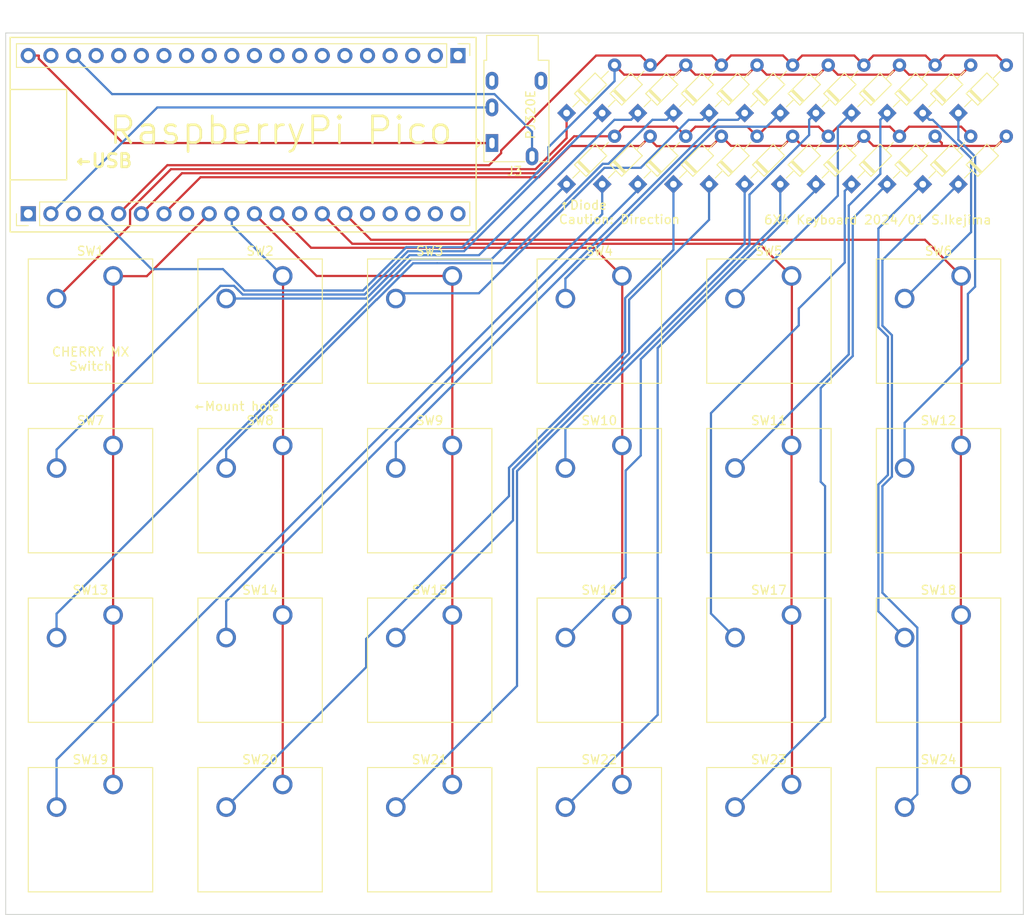
<source format=kicad_pcb>
(kicad_pcb (version 20221018) (generator pcbnew)
  (layers (0 "F.Cu" signal) (31 "B.Cu" signal) (34 "B.Paste" user) (35 "F.Paste" user) (36 "B.SilkS" user "B.Silkscreen") (37 "F.SilkS" user "F.Silkscreen") (38 "B.Mask" user) (39 "F.Mask" user) (44 "Edge.Cuts" user))
  (net 0 "")
  (net 1 "Net-(D8-K)")
  (net 2 "ROW1")
  (net 3 "Net-(D9-K)")
  (net 4 "Net-(D10-K)")
  (net 5 "Net-(D11-K)")
  (net 6 "Net-(D12-K)")
  (net 7 "Net-(D13-K)")
  (net 8 "ROW2")
  (net 9 "Net-(D14-K)")
  (net 10 "Net-(D15-K)")
  (net 11 "Net-(D16-K)")
  (net 12 "Net-(D17-K)")
  (net 13 "Net-(D18-K)")
  (net 14 "Net-(D19-K)")
  (net 15 "ROW3")
  (net 16 "Net-(D20-K)")
  (net 17 "Net-(D21-K)")
  (net 18 "Net-(D22-K)")
  (net 19 "Net-(D23-K)")
  (net 20 "Net-(D24-K)")
  (net 22 "DATA")
  (net 24 "ROW0")
  (net 26 "COL0")
  (net 27 "COL1")
  (net 28 "COL2")
  (net 29 "COL3")
  (net 31 "COL4")
  (net 32 "COL5")
  (net 55 "GND")
  (net 57 "VCC")
  (net 59 "Net-(D1-K)")
  (net 60 "Net-(D2-K)")
  (net 61 "Net-(D3-K)")
  (net 62 "Net-(D4-K)")
  (net 63 "Net-(D5-K)")
  (net 64 "Net-(D6-K)")
  (net 65 "Net-(D7-K)")
  (footprint "Diode_THT:D_DO-34_SOD68_P7.62mm_Horizontal" (layer "F.Cu") (at 113 47 45)
    (fp_text reference "D21" hide)
    (fp_text value "D")
  )
  (footprint "Button_Switch_Keyboard:SW_Cherry_MX_1.00u_PCB" (layer "F.Cu") (at 42.065 57.305)
    (fp_text reference "SW1")
    (fp_text value "SW_Push")
  )
  (footprint "MountingHole:MountingHole_3.2mm_M3" (layer "F.Cu") (at 125.25 71.91)
    (fp_text reference "REF1" hide)
    (fp_text value "MountingHole_3.2mm_M3")
  )
  (footprint "MountingHole:MountingHole_3.2mm_M3" (layer "F.Cu") (at 49.05 71.91)
    (fp_text reference "REF4" hide)
    (fp_text value "MountingHole_3.2mm_M3")
  )
  (footprint "Button_Switch_Keyboard:SW_Cherry_MX_1.00u_PCB" (layer "F.Cu") (at 80.165 76.355)
    (fp_text reference "SW9")
    (fp_text value "SW_Push")
  )
  (footprint "Button_Switch_Keyboard:SW_Cherry_MX_1.00u_PCB" (layer "F.Cu") (at 99.215 57.305)
    (fp_text reference "SW4")
    (fp_text value "SW_Push")
  )
  (footprint "Button_Switch_Keyboard:SW_Cherry_MX_1.00u_PCB" (layer "F.Cu") (at 42.065 95.405)
    (fp_text reference "SW13")
    (fp_text value "SW_Push")
  )
  (footprint "Diode_THT:D_DO-34_SOD68_P7.62mm_Horizontal" (layer "F.Cu") (at 117 39 45)
    (fp_text reference "D4" hide)
    (fp_text value "D")
  )
  (footprint "Diode_THT:D_DO-34_SOD68_P7.62mm_Horizontal" (layer "F.Cu") (at 97 39 45)
    (fp_text reference "D7" hide)
    (fp_text value "D")
  )
  (footprint "Button_Switch_Keyboard:SW_Cherry_MX_1.00u_PCB" (layer "F.Cu") (at 42.065 76.355)
    (fp_text reference "SW7")
    (fp_text value "SW_Push")
  )
  (footprint "Button_Switch_Keyboard:SW_Cherry_MX_1.00u_PCB" (layer "F.Cu") (at 61.115 57.305)
    (fp_text reference "SW2")
    (fp_text value "SW_Push")
  )
  (footprint "MountingHole:MountingHole_3.2mm_M3" (layer "F.Cu") (at 49.05 110.01)
    (fp_text reference "REF3" hide)
    (fp_text value "MountingHole_3.2mm_M3")
  )
  (footprint "Diode_THT:D_DO-34_SOD68_P7.62mm_Horizontal" (layer "F.Cu") (at 121 39 45)
    (fp_text reference "D10" hide)
    (fp_text value "D")
  )
  (footprint "Diode_THT:D_DO-34_SOD68_P7.62mm_Horizontal" (layer "F.Cu") (at 93 47 45)
    (fp_text reference "D13" hide)
    (fp_text value "D")
  )
  (footprint "Diode_THT:D_DO-34_SOD68_P7.62mm_Horizontal" (layer "F.Cu") (at 101 47 45)
    (fp_text reference "D14" hide)
    (fp_text value "D")
  )
  (footprint "Button_Switch_Keyboard:SW_Cherry_MX_1.00u_PCB" (layer "F.Cu") (at 42.065 114.455)
    (fp_text reference "SW19")
    (fp_text value "SW_Push")
  )
  (footprint "Button_Switch_Keyboard:SW_Cherry_MX_1.00u_PCB" (layer "F.Cu") (at 137.315 57.305)
    (fp_text reference "SW6")
    (fp_text value "SW_Push")
  )
  (footprint "Connector_PinHeader_2.54mm:PinHeader_1x20_P2.54mm_Vertical" (layer "F.Cu") (at 80.8 32.54 -90)
    (fp_text reference "J2" hide)
    (fp_text value "Conn_01x20_Pin")
  )
  (footprint "Button_Switch_Keyboard:SW_Cherry_MX_1.00u_PCB" (layer "F.Cu") (at 61.115 114.455)
    (fp_text reference "SW20")
    (fp_text value "SW_Push")
  )
  (footprint "Button_Switch_Keyboard:SW_Cherry_MX_1.00u_PCB" (layer "F.Cu") (at 61.115 76.355)
    (fp_text reference "SW8")
    (fp_text value "SW_Push")
  )
  (footprint "Diode_THT:D_DO-34_SOD68_P7.62mm_Horizontal" (layer "F.Cu") (at 101 39 45)
    (fp_text reference "D2" hide)
    (fp_text value "D")
  )
  (footprint "Diode_THT:D_DO-34_SOD68_P7.62mm_Horizontal" (layer "F.Cu") (at 93 39 45)
    (fp_text reference "D1" hide)
    (fp_text value "D")
  )
  (footprint "Diode_THT:D_DO-34_SOD68_P7.62mm_Horizontal" (layer "F.Cu") (at 105 47 45)
    (fp_text reference "D20" hide)
    (fp_text value "D")
  )
  (footprint "Button_Switch_Keyboard:SW_Cherry_MX_1.00u_PCB" (layer "F.Cu") (at 118.265 114.455)
    (fp_text reference "SW23")
    (fp_text value "SW_Push")
  )
  (footprint "Button_Switch_Keyboard:SW_Cherry_MX_1.00u_PCB" (layer "F.Cu") (at 80.165 95.405)
    (fp_text reference "SW15")
    (fp_text value "SW_Push")
  )
  (footprint "Diode_THT:D_DO-34_SOD68_P7.62mm_Horizontal" (layer "F.Cu") (at 133 47 45)
    (fp_text reference "D18" hide)
    (fp_text value "D")
  )
  (footprint "Diode_THT:D_DO-34_SOD68_P7.62mm_Horizontal" (layer "F.Cu") (at 137 47 45)
    (fp_text reference "D24" hide)
    (fp_text value "D")
  )
  (footprint "Diode_THT:D_DO-34_SOD68_P7.62mm_Horizontal" (layer "F.Cu") (at 129 47 45)
    (fp_text reference "D23" hide)
    (fp_text value "D")
  )
  (footprint "Button_Switch_Keyboard:SW_Cherry_MX_1.00u_PCB" (layer "F.Cu") (at 118.265 57.305)
    (fp_text reference "SW5")
    (fp_text value "SW_Push")
  )
  (footprint "Connector_PinHeader_2.54mm:PinHeader_1x20_P2.54mm_Vertical" (layer "F.Cu") (at 32.54 50.32 90)
    (fp_text reference "J1" hide)
    (fp_text value "Conn_01x20_Pin")
  )
  (footprint "Diode_THT:D_DO-34_SOD68_P7.62mm_Horizontal" (layer "F.Cu") (at 137 39 45)
    (fp_text reference "D12" hide)
    (fp_text value "D")
  )
  (footprint "Diode_THT:D_DO-34_SOD68_P7.62mm_Horizontal" (layer "F.Cu") (at 113 39 45)
    (fp_text reference "D9" hide)
    (fp_text value "D")
  )
  (footprint "Diode_THT:D_DO-34_SOD68_P7.62mm_Horizontal" (layer "F.Cu") (at 117 47 45)
    (fp_text reference "D16" hide)
    (fp_text value "D")
  )
  (footprint "Button_Switch_Keyboard:SW_Cherry_MX_1.00u_PCB" (layer "F.Cu") (at 137.315 95.405)
    (fp_text reference "SW18")
    (fp_text value "SW_Push")
  )
  (footprint "Button_Switch_Keyboard:SW_Cherry_MX_1.00u_PCB" (layer "F.Cu") (at 61.115 95.405)
    (fp_text reference "SW14")
    (fp_text value "SW_Push")
  )
  (footprint "Diode_THT:D_DO-34_SOD68_P7.62mm_Horizontal" (layer "F.Cu") (at 109 39 45)
    (fp_text reference "D3" hide)
    (fp_text value "D")
  )
  (footprint "Diode_THT:D_DO-34_SOD68_P7.62mm_Horizontal" (layer "F.Cu") (at 125 39 45)
    (fp_text reference "D5" hide)
    (fp_text value "D")
  )
  (footprint "Button_Switch_Keyboard:SW_Cherry_MX_1.00u_PCB" (layer "F.Cu") (at 137.315 76.355)
    (fp_text reference "SW12")
    (fp_text value "SW_Push")
  )
  (footprint "Diode_THT:D_DO-34_SOD68_P7.62mm_Horizontal" (layer "F.Cu") (at 109 47 45)
    (fp_text reference "D15" hide)
    (fp_text value "D")
  )
  (footprint "Diode_THT:D_DO-34_SOD68_P7.62mm_Horizontal" (layer "F.Cu") (at 125 47 45)
    (fp_text reference "D17" hide)
    (fp_text value "D")
  )
  (footprint "Button_Switch_Keyboard:SW_Cherry_MX_1.00u_PCB" (layer "F.Cu") (at 118.265 95.405)
    (fp_text reference "SW17")
    (fp_text value "SW_Push")
  )
  (footprint "Button_Switch_Keyboard:SW_Cherry_MX_1.00u_PCB" (layer "F.Cu") (at 118.265 76.355)
    (fp_text reference "SW11")
    (fp_text value "SW_Push")
  )
  (footprint "Button_Switch_Keyboard:SW_Cherry_MX_1.00u_PCB" (layer "F.Cu") (at 99.215 76.355)
    (fp_text reference "SW10")
    (fp_text value "SW_Push")
  )
  (footprint "Diode_THT:D_DO-34_SOD68_P7.62mm_Horizontal" (layer "F.Cu") (at 133 39 45)
    (fp_text reference "D6" hide)
    (fp_text value "D")
  )
  (footprint "Diode_THT:D_DO-34_SOD68_P7.62mm_Horizontal" (layer "F.Cu") (at 105 39 45)
    (fp_text reference "D8" hide)
    (fp_text value "D")
  )
  (footprint "Button_Switch_Keyboard:SW_Cherry_MX_1.00u_PCB" (layer "F.Cu") (at 80.165 114.455)
    (fp_text reference "SW21")
    (fp_text value "SW_Push")
  )
  (footprint "Button_Switch_Keyboard:SW_Cherry_MX_1.00u_PCB" (layer "F.Cu") (at 99.215 95.405)
    (fp_text reference "SW16")
    (fp_text value "SW_Push")
  )
  (footprint "Button_Switch_Keyboard:SW_Cherry_MX_1.00u_PCB" (layer "F.Cu") (at 99.215 114.455)
    (fp_text reference "SW22")
    (fp_text value "SW_Push")
  )
  (footprint "Button_Switch_Keyboard:SW_Cherry_MX_1.00u_PCB" (layer "F.Cu") (at 80.165 57.305)
    (fp_text reference "SW3")
    (fp_text value "SW_Push")
  )
  (footprint "Button_Switch_Keyboard:SW_Cherry_MX_1.00u_PCB" (layer "F.Cu") (at 137.315 114.455)
    (fp_text reference "SW24")
    (fp_text value "SW_Push")
  )
  (footprint "Diode_THT:D_DO-34_SOD68_P7.62mm_Horizontal" (layer "F.Cu") (at 97 47 45)
    (fp_text reference "D19" hide)
    (fp_text value "D")
  )
  (footprint "Diode_THT:D_DO-34_SOD68_P7.62mm_Horizontal" (layer "F.Cu") (at 129 39 45)
    (fp_text reference "D11" hide)
    (fp_text value "D")
  )
  (footprint "Connector_Audio:Jack_3.5mm_PJ320E_Horizontal" (layer "F.Cu") (at 84.6175 42.37)
    (fp_text reference "J3")
    (fp_text value "AudioJack4")
  )
  (footprint "Diode_THT:D_DO-34_SOD68_P7.62mm_Horizontal" (layer "F.Cu") (at 121 47 45)
    (fp_text reference "D22" hide)
    (fp_text value "D")
  )
  (footprint "MountingHole:MountingHole_3.2mm_M3" (layer "F.Cu") (at 125.25 110.01)
    (fp_text reference "REF2" hide)
    (fp_text value "MountingHole_3.2mm_M3")
  )
  (gr_rect (start 30.5 30.5) (end 82.84 52.36) (stroke (width 0.15)) (fill none) (layer "F.SilkS"))
  (gr_rect (start 30.5 36.35) (end 36.85 46.51) (stroke (width 0.15)) (fill none) (layer "F.SilkS"))
  (gr_line (start 144.3 129.06) (end 30 129.06) (stroke (width 0.1)) (layer "Edge.Cuts"))
  (gr_line (start 30 129.06) (end 30 30) (stroke (width 0.1)) (layer "Edge.Cuts"))
  (gr_line (start 144.3 30) (end 144.3 129.06) (stroke (width 0.1)) (layer "Edge.Cuts"))
  (gr_line (start 30 30) (end 144.3 30) (stroke (width 0.1)) (layer "Edge.Cuts"))
  (gr_text "RaspberryPi Pico" (at 41.43 42.7) (layer "F.SilkS") (effects (font (size 3 3) (thickness 0.3) bold) (justify left bottom)))
  (gr_text "CHERRY MX\nSwitch" (at 39.54 68.04) (layer "F.SilkS") (effects (font (size 1 1)) (justify bottom)))
  (gr_text "↑Diode\nCaution: Direction" (at 92.04 51.54) (layer "F.SilkS") (effects (font (size 1 1)) (justify left bottom)))
  (gr_text "←Mount hole" (at 51.04 72.54) (layer "F.SilkS") (effects (font (size 1 1)) (justify left bottom)))
  (gr_text "←USB\n" (at 37.62 45.24) (layer "F.SilkS") (effects (font (size 1.5 1.5) (thickness 0.3) bold) (justify left bottom)))
  (gr_text "6X4 Keyboard 2024/01 S.Ikejima\n" (at 115.09 51.59) (layer "F.SilkS") (effects (font (size 1 1)) (justify left bottom)))
  (gr_text "PJ320E\n" (at 89.54 42.04 90) (layer "F.SilkS") (effects (font (size 1 1)) (justify left bottom)))
  (segment (start 71.649096 59.9646) (end 54.765 76.848696) (width 0.25) (layer "B.Cu") (net 1))
  (segment (start 75.7636 55.8792) (end 71.6782 59.9646) (width 0.25) (layer "B.Cu") (net 1))
  (segment (start 78.4674 55.8792) (end 75.7636 55.8792) (width 0.25) (layer "B.Cu") (net 1))
  (segment (start 78.4678 55.8796) (end 78.4674 55.8792) (width 0.25) (layer "B.Cu") (net 1))
  (segment (start 104.24 39.7603) (end 102.639 39.7603) (width 0.25) (layer "B.Cu") (net 1))
  (segment (start 102.639 39.7603) (end 97.6923 44.7067) (width 0.25) (layer "B.Cu") (net 1))
  (segment (start 105 39) (end 104.24 39.7603) (width 0.25) (layer "B.Cu") (net 1))
  (segment (start 54.765 76.848696) (end 54.765 78.895) (width 0.25) (layer "B.Cu") (net 1))
  (segment (start 71.6782 59.9646) (end 71.649096 59.9646) (width 0.25) (layer "B.Cu") (net 1))
  (segment (start 88.42 53.3421) (end 88.42 53.342604) (width 0.25) (layer "B.Cu") (net 1))
  (segment (start 97.0554 44.7067) (end 88.42 53.3421) (width 0.25) (layer "B.Cu") (net 1))
  (segment (start 97.6923 44.7067) (end 97.0554 44.7067) (width 0.25) (layer "B.Cu") (net 1))
  (segment (start 85.883004 55.8796) (end 78.4678 55.8796) (width 0.25) (layer "B.Cu") (net 1))
  (segment (start 88.42 53.342604) (end 85.883004 55.8796) (width 0.25) (layer "B.Cu") (net 1))
  (segment (start 102.768 33.992) (end 102.578 33.8019) (width 0.25) (layer "F.Cu") (net 2))
  (segment (start 134.388 33.6118) (end 133.313 32.5364) (width 0.25) (layer "F.Cu") (net 2))
  (segment (start 102.578 33.8019) (end 102.3882 33.6121) (width 0.25) (layer "F.Cu") (net 2))
  (segment (start 42.7 50.32) (end 48.1591 44.8609) (width 0.25) (layer "F.Cu") (net 2))
  (segment (start 102.578 33.8019) (end 102.388 33.6118) (width 0.25) (layer "F.Cu") (net 2))
  (segment (start 142.3882 33.6118) (end 142.388 33.6118) (width 0.25) (layer "F.Cu") (net 2))
  (segment (start 119.464 32.5364) (end 118.388 33.6118) (width 0.25) (layer "F.Cu") (net 2))
  (segment (start 126.388 33.6118) (end 125.313 32.5364) (width 0.25) (layer "F.Cu") (net 2))
  (segment (start 134.3881 33.6117) (end 134.388 33.6118) (width 0.25) (layer "F.Cu") (net 2))
  (segment (start 142.388 33.6118) (end 141.306 32.5297) (width 0.25) (layer "F.Cu") (net 2))
  (segment (start 111.472 32.5285) (end 110.3881 33.6117) (width 0.25) (layer "F.Cu") (net 2))
  (segment (start 126.3882 33.6118) (end 126.3881 33.6117) (width 0.25) (layer "F.Cu") (net 2))
  (segment (start 127.464 32.5364) (end 126.3881 33.6117) (width 0.25) (layer "F.Cu") (net 2))
  (segment (start 134.3882 33.6118) (end 134.3881 33.6117) (width 0.25) (layer "F.Cu") (net 2))
  (segment (start 110.3882 33.6118) (end 110.3881 33.6117) (width 0.25) (layer "F.Cu") (net 2))
  (segment (start 101.312946 32.536846) (end 102.3882 33.6121) (width 0.25) (layer "F.Cu") (net 2))
  (segment (start 110.388 33.6118) (end 109.313 32.5364) (width 0.25) (layer "F.Cu") (net 2))
  (segment (start 110.3881 33.6117) (end 110.388 33.6118) (width 0.25) (layer "F.Cu") (net 2))
  (segment (start 85.6429 43.2134) (end 96.319454 32.536846) (width 0.25) (layer "F.Cu") (net 2))
  (segment (start 48.1591 44.8609) (end 84.2939 44.8609) (width 0.25) (layer "F.Cu") (net 2))
  (segment (start 118.388 33.6118) (end 117.305 32.5285) (width 0.25) (layer "F.Cu") (net 2))
  (segment (start 85.6429 43.5119) (end 85.6429 43.2134) (width 0.25) (layer "F.Cu") (net 2))
  (segment (start 135.47 32.5297) (end 134.3881 33.6117) (width 0.25) (layer "F.Cu") (net 2))
  (segment (start 117.305 32.5285) (end 111.472 32.5285) (width 0.25) (layer "F.Cu") (net 2))
  (segment (start 126.3881 33.6117) (end 126.388 33.6118) (width 0.25) (layer "F.Cu") (net 2))
  (segment (start 133.313 32.5364) (end 127.464 32.5364) (width 0.25) (layer "F.Cu") (net 2))
  (segment (start 141.306 32.5297) (end 135.47 32.5297) (width 0.25) (layer "F.Cu") (net 2))
  (segment (start 125.313 32.5364) (end 119.464 32.5364) (width 0.25) (layer "F.Cu") (net 2))
  (segment (start 96.319454 32.536846) (end 101.312946 32.536846) (width 0.25) (layer "F.Cu") (net 2))
  (segment (start 109.313 32.5364) (end 104.224 32.5364) (width 0.25) (layer "F.Cu") (net 2))
  (segment (start 84.2939 44.8609) (end 85.6429 43.5119) (width 0.25) (layer "F.Cu") (net 2))
  (segment (start 102.3882 33.6121) (end 102.3882 33.6118) (width 0.25) (layer "F.Cu") (net 2))
  (segment (start 104.224 32.5364) (end 102.768 33.992) (width 0.25) (layer "F.Cu") (net 2))
  (segment (start 118.3882 33.6118) (end 118.388 33.6118) (width 0.25) (layer "F.Cu") (net 2))
  (segment (start 110.033 39.7603) (end 73.815 75.9781) (width 0.25) (layer "B.Cu") (net 3))
  (segment (start 112.24 39.7603) (end 110.033 39.7603) (width 0.25) (layer "B.Cu") (net 3))
  (segment (start 113 39) (end 112.24 39.7603) (width 0.25) (layer "B.Cu") (net 3))
  (segment (start 73.815 75.9781) (end 73.815 78.895) (width 0.25) (layer "B.Cu") (net 3))
  (segment (start 92.865 74.4982) (end 92.865 78.895) (width 0.25) (layer "B.Cu") (net 4))
  (segment (start 120.24 41.4709) (end 113.54 48.1709) (width 0.25) (layer "B.Cu") (net 4))
  (segment (start 113.54 48.1709) (end 113.54 53.8232) (width 0.25) (layer "B.Cu") (net 4))
  (segment (start 120.24 39.7603) (end 120.24 41.4709) (width 0.25) (layer "B.Cu") (net 4))
  (segment (start 113.54 53.8232) (end 92.865 74.4982) (width 0.25) (layer "B.Cu") (net 4))
  (segment (start 121 39) (end 120.24 39.7603) (width 0.25) (layer "B.Cu") (net 4))
  (segment (start 124.69 49.39) (end 124.69 66.1199) (width 0.25) (layer "B.Cu") (net 5))
  (segment (start 128.24 39.7603) (end 128.24 45.84) (width 0.25) (layer "B.Cu") (net 5))
  (segment (start 124.69 66.1199) (end 111.915 78.895) (width 0.25) (layer "B.Cu") (net 5))
  (segment (start 129 39) (end 128.24 39.7603) (width 0.25) (layer "B.Cu") (net 5))
  (segment (start 128.24 45.84) (end 124.69 49.39) (width 0.25) (layer "B.Cu") (net 5))
  (segment (start 138.074 66.7056) (end 138.074 59.3207) (width 0.25) (layer "B.Cu") (net 6))
  (segment (start 138.074 59.3207) (end 138.88 58.5149) (width 0.25) (layer "B.Cu") (net 6))
  (segment (start 130.965 78.895) (end 130.965 73.815) (width 0.25) (layer "B.Cu") (net 6))
  (segment (start 130.965 73.815) (end 138.074 66.7056) (width 0.25) (layer "B.Cu") (net 6))
  (segment (start 138.88 58.5149) (end 138.88 43.88) (width 0.25) (layer "B.Cu") (net 6))
  (segment (start 138.88 43.88) (end 137 42) (width 0.25) (layer "B.Cu") (net 6))
  (segment (start 137 42) (end 137 39) (width 0.25) (layer "B.Cu") (net 6))
  (segment (start 35.715 95.2623) (end 35.715 97.945) (width 0.25) (layer "B.Cu") (net 7))
  (segment (start 75.5481 55.4292) (end 35.715 95.2623) (width 0.25) (layer "B.Cu") (net 7))
  (segment (start 93 47) (end 84.5708 55.4292) (width 0.25) (layer "B.Cu") (net 7))
  (segment (start 84.5708 55.4292) (end 75.5481 55.4292) (width 0.25) (layer "B.Cu") (net 7))
  (segment (start 115.4636 40.5364) (end 114.3882 41.6118) (width 0.25) (layer "F.Cu") (net 8))
  (segment (start 89.691296 45.7609) (end 49.7991 45.7609) (width 0.25) (layer "F.Cu") (net 8))
  (segment (start 99.4655 40.5345) (end 98.3882 41.6118) (width 0.25) (layer "F.Cu") (net 8))
  (segment (start 121.3128 40.5364) (end 115.4636 40.5364) (width 0.25) (layer "F.Cu") (net 8))
  (segment (start 107.4636 40.5364) (end 106.3882 41.6118) (width 0.25) (layer "F.Cu") (net 8))
  (segment (start 123.4655 40.5345) (end 122.3882 41.6118) (width 0.25) (layer "F.Cu") (net 8))
  (segment (start 98.3882 41.6118) (end 93.840396 41.6118) (width 0.25) (layer "F.Cu") (net 8))
  (segment (start 113.3128 40.5364) (end 107.4636 40.5364) (width 0.25) (layer "F.Cu") (net 8))
  (segment (start 93.840396 41.6118) (end 89.691296 45.7609) (width 0.25) (layer "F.Cu") (net 8))
  (segment (start 129.3109 40.5345) (end 123.4655 40.5345) (width 0.25) (layer "F.Cu") (net 8))
  (segment (start 130.3882 41.6118) (end 129.3109 40.5345) (width 0.25) (layer "F.Cu") (net 8))
  (segment (start 138.3882 41.6118) (end 137.3109 40.5345) (width 0.25) (layer "F.Cu") (net 8))
  (segment (start 105.3109 40.5345) (end 99.4655 40.5345) (width 0.25) (layer "F.Cu") (net 8))
  (segment (start 122.3882 41.6118) (end 121.3128 40.5364) (width 0.25) (layer "F.Cu") (net 8))
  (segment (start 49.7991 45.7609) (end 45.24 50.32) (width 0.25) (layer "F.Cu") (net 8))
  (segment (start 137.3109 40.5345) (end 131.4655 40.5345) (width 0.25) (layer "F.Cu") (net 8))
  (segment (start 114.3882 41.6118) (end 113.3128 40.5364) (width 0.25) (layer "F.Cu") (net 8))
  (segment (start 106.3882 41.6118) (end 105.3109 40.5345) (width 0.25) (layer "F.Cu") (net 8))
  (segment (start 131.4655 40.5345) (end 130.3882 41.6118) (width 0.25) (layer "F.Cu") (net 8))
  (segment (start 101 47) (end 101 47.6369) (width 0.25) (layer "B.Cu") (net 9))
  (segment (start 54.765 93.8719) (end 54.765 97.945) (width 0.25) (layer "B.Cu") (net 9))
  (segment (start 101 47.6369) (end 54.765 93.8719) (width 0.25) (layer "B.Cu") (net 9))
  (segment (start 100.024 66.005904) (end 100.024 59.975905) (width 0.25) (layer "B.Cu") (net 10))
  (segment (start 102.657474 57.3426) (end 102.658 57.3426) (width 0.25) (layer "B.Cu") (net 10))
  (segment (start 86.9809 84.7791) (end 86.9809 79.049004) (width 0.25) (layer "B.Cu") (net 10))
  (segment (start 86.9809 79.049004) (end 100.024 66.005904) (width 0.25) (layer "B.Cu") (net 10))
  (segment (start 102.658 57.3426) (end 109 51.0006) (width 0.25) (layer "B.Cu") (net 10))
  (segment (start 109 51.0006) (end 109 47) (width 0.25) (layer "B.Cu") (net 10))
  (segment (start 73.815 97.945) (end 86.9809 84.7791) (width 0.25) (layer "B.Cu") (net 10))
  (segment (start 100.024 59.975905) (end 102.657474 57.3426) (width 0.25) (layer "B.Cu") (net 10))
  (segment (start 117 47) (end 117 50.999596) (width 0.25) (layer "B.Cu") (net 11))
  (segment (start 99.6307 79.1822) (end 99.6307 91.1793) (width 0.25) (layer "B.Cu") (net 11))
  (segment (start 101.33 77.4826) (end 99.6307 79.1822) (width 0.25) (layer "B.Cu") (net 11))
  (segment (start 117 50.999596) (end 101.33 66.669596) (width 0.25) (layer "B.Cu") (net 11))
  (segment (start 101.33 66.669596) (end 101.33 77.4826) (width 0.25) (layer "B.Cu") (net 11))
  (segment (start 99.6307 91.1793) (end 92.865 97.945) (width 0.25) (layer "B.Cu") (net 11))
  (segment (start 124.24 55.7981) (end 119.078 60.9596) (width 0.25) (layer "B.Cu") (net 12))
  (segment (start 124.24 47.7603) (end 124.24 55.7981) (width 0.25) (layer "B.Cu") (net 12))
  (segment (start 119.078 60.9596) (end 119.078 62.8576) (width 0.25) (layer "B.Cu") (net 12))
  (segment (start 109.214 72.7216) (end 109.214 95.2442) (width 0.25) (layer "B.Cu") (net 12))
  (segment (start 119.078 62.8576) (end 109.214 72.7216) (width 0.25) (layer "B.Cu") (net 12))
  (segment (start 125 47) (end 124.24 47.7603) (width 0.25) (layer "B.Cu") (net 12))
  (segment (start 109.214 95.2442) (end 111.915 97.945) (width 0.25) (layer "B.Cu") (net 12))
  (segment (start 128.02 95) (end 128.02 80.741192) (width 0.25) (layer "B.Cu") (net 13))
  (segment (start 129.09 64.148808) (end 128.02 63.078808) (width 0.25) (layer "B.Cu") (net 13))
  (segment (start 128.02 63.078808) (end 128.02 51.98) (width 0.25) (layer "B.Cu") (net 13))
  (segment (start 129.09 79.671192) (end 129.09 64.148808) (width 0.25) (layer "B.Cu") (net 13))
  (segment (start 128.02 51.98) (end 133 47) (width 0.25) (layer "B.Cu") (net 13))
  (segment (start 130.965 97.945) (end 128.02 95) (width 0.25) (layer "B.Cu") (net 13))
  (segment (start 128.02 80.741192) (end 129.09 79.671192) (width 0.25) (layer "B.Cu") (net 13))
  (segment (start 35.715 111.648) (end 35.715 116.995) (width 0.25) (layer "B.Cu") (net 14))
  (segment (start 97 50.363) (end 35.715 111.648) (width 0.25) (layer "B.Cu") (net 14))
  (segment (start 97 47) (end 97 50.363) (width 0.25) (layer "B.Cu") (net 14))
  (segment (start 93.388592 42.7) (end 101.2999 42.7) (width 0.25) (layer "F.Cu") (net 15))
  (segment (start 117.313 42.6873) (end 118.388 41.6118) (width 0.25) (layer "F.Cu") (net 15))
  (segment (start 119.464 42.6873) (end 125.313 42.6873) (width 0.25) (layer "F.Cu") (net 15))
  (segment (start 47.78 50.32) (end 51.8891 46.2109) (width 0.25) (layer "F.Cu") (net 15))
  (segment (start 126.3882 41.6118) (end 126.388 41.6118) (width 0.25) (layer "F.Cu") (net 15))
  (segment (start 141.309 42.6914) (end 142.388 41.6118) (width 0.25) (layer "F.Cu") (net 15))
  (segment (start 111.464 42.6873) (end 117.313 42.6873) (width 0.25) (layer "F.Cu") (net 15))
  (segment (start 126.388 41.6118) (end 127.468 42.6914) (width 0.25) (layer "F.Cu") (net 15))
  (segment (start 135.148 42.6914) (end 141.309 42.6914) (width 0.25) (layer "F.Cu") (net 15))
  (segment (start 110.3881 41.6119) (end 111.464 42.6873) (width 0.25) (layer "F.Cu") (net 15))
  (segment (start 109.283 42.717) (end 110.388 41.6118) (width 0.25) (layer "F.Cu") (net 15))
  (segment (start 134.3882 41.6118) (end 134.3881 41.6119) (width 0.25) (layer "F.Cu") (net 15))
  (segment (start 110.3882 41.6118) (end 110.3881 41.6119) (width 0.25) (layer "F.Cu") (net 15))
  (segment (start 89.877692 46.2109) (end 93.388592 42.7) (width 0.25) (layer "F.Cu") (net 15))
  (segment (start 102.388 41.6118) (end 102.198 41.8019) (width 0.25) (layer "F.Cu") (net 15))
  (segment (start 110.388 41.6118) (end 110.3881 41.6119) (width 0.25) (layer "F.Cu") (net 15))
  (segment (start 125.313 42.6873) (end 126.388 41.6118) (width 0.25) (layer "F.Cu") (net 15))
  (segment (start 102.3882 41.6118) (end 102.388 41.6118) (width 0.25) (layer "F.Cu") (net 15))
  (segment (start 51.8891 46.2109) (end 89.877692 46.2109) (width 0.25) (layer "F.Cu") (net 15))
  (segment (start 103.113 42.717) (end 109.283 42.717) (width 0.25) (layer "F.Cu") (net 15))
  (segment (start 142.3882 41.6118) (end 142.388 41.6118) (width 0.25) (layer "F.Cu") (net 15))
  (segment (start 118.3882 41.6118) (end 118.3881 41.6119) (width 0.25) (layer "F.Cu") (net 15))
  (segment (start 134.3881 41.6119) (end 135.149 42.3721) (width 0.25) (layer "F.Cu") (net 15))
  (segment (start 135.148 42.3722) (end 135.148 42.6914) (width 0.25) (layer "F.Cu") (net 15))
  (segment (start 102.198 41.8019) (end 103.113 42.717) (width 0.25) (layer "F.Cu") (net 15))
  (segment (start 134.388 41.6118) (end 134.3881 41.6119) (width 0.25) (layer "F.Cu") (net 15))
  (segment (start 101.2999 42.7) (end 102.198 41.8019) (width 0.25) (layer "F.Cu") (net 15))
  (segment (start 118.3881 41.6119) (end 119.464 42.6873) (width 0.25) (layer "F.Cu") (net 15))
  (segment (start 118.388 41.6118) (end 118.3881 41.6119) (width 0.25) (layer "F.Cu") (net 15))
  (segment (start 127.468 42.6914) (end 135.148 42.6914) (width 0.25) (layer "F.Cu") (net 15))
  (segment (start 135.149 42.3721) (end 135.148 42.3722) (width 0.25) (layer "F.Cu") (net 15))
  (segment (start 99.5712 59.7923) (end 99.5712 65.822308) (width 0.25) (layer "B.Cu") (net 16))
  (segment (start 70.4846 98.0954) (end 70.4846 101.2749) (width 0.25) (layer "B.Cu") (net 16))
  (segment (start 99.5712 65.822308) (end 86.5309 78.862608) (width 0.25) (layer "B.Cu") (net 16))
  (segment (start 105 47) (end 105 54.3635) (width 0.25) (layer "B.Cu") (net 16))
  (segment (start 86.5309 82.0491) (end 70.4846 98.0954) (width 0.25) (layer "B.Cu") (net 16))
  (segment (start 86.5309 78.862608) (end 86.5309 82.0491) (width 0.25) (layer "B.Cu") (net 16))
  (segment (start 105 54.3635) (end 99.5712 59.7923) (width 0.25) (layer "B.Cu") (net 16))
  (segment (start 70.4846 101.2749) (end 55.3555 116.404) (width 0.25) (layer "B.Cu") (net 16))
  (segment (start 55.3555 116.404) (end 54.765 116.995) (width 0.25) (layer "B.Cu") (net 16))
  (segment (start 87.4309 103.3791) (end 73.815 116.995) (width 0.25) (layer "B.Cu") (net 17))
  (segment (start 113 53.6663) (end 87.4309 79.2354) (width 0.25) (layer "B.Cu") (net 17))
  (segment (start 87.4309 79.2354) (end 87.4309 103.3791) (width 0.25) (layer "B.Cu") (net 17))
  (segment (start 113 47) (end 113 53.6663) (width 0.25) (layer "B.Cu") (net 17))
  (segment (start 121 47.635992) (end 121 47) (width 0.25) (layer "B.Cu") (net 18))
  (segment (start 103.228 106.632) (end 103.228 65.407992) (width 0.25) (layer "B.Cu") (net 18))
  (segment (start 103.228 65.407992) (end 121 47.635992) (width 0.25) (layer "B.Cu") (net 18))
  (segment (start 92.865 116.995) (end 103.228 106.632) (width 0.25) (layer "B.Cu") (net 18))
  (segment (start 125.14 66.3063) (end 125.14 50.8599) (width 0.25) (layer "B.Cu") (net 19))
  (segment (start 121.54 69.9063) (end 125.14 66.3063) (width 0.25) (layer "B.Cu") (net 19))
  (segment (start 111.915 116.995) (end 122.03 106.88) (width 0.25) (layer "B.Cu") (net 19))
  (segment (start 122.03 106.88) (end 122.03 80.927588) (width 0.25) (layer "B.Cu") (net 19))
  (segment (start 122.03 80.927588) (end 121.54 80.437588) (width 0.25) (layer "B.Cu") (net 19))
  (segment (start 125.14 50.8599) (end 129 47) (width 0.25) (layer "B.Cu") (net 19))
  (segment (start 121.54 80.437588) (end 121.54 69.9063) (width 0.25) (layer "B.Cu") (net 19))
  (segment (start 128.47 80.927588) (end 129.54 79.857588) (width 0.25) (layer "B.Cu") (net 20))
  (segment (start 128.47 62.892412) (end 128.47 55.53) (width 0.25) (layer "B.Cu") (net 20))
  (segment (start 128.47 55.53) (end 137 47) (width 0.25) (layer "B.Cu") (net 20))
  (segment (start 130.965 116.995) (end 132.39 115.57) (width 0.25) (layer "B.Cu") (net 20))
  (segment (start 132.39 96.83) (end 128.47 92.91) (width 0.25) (layer "B.Cu") (net 20))
  (segment (start 132.39 115.57) (end 132.39 96.83) (width 0.25) (layer "B.Cu") (net 20))
  (segment (start 129.54 79.857588) (end 129.54 63.962412) (width 0.25) (layer "B.Cu") (net 20))
  (segment (start 129.54 63.962412) (end 128.47 62.892412) (width 0.25) (layer "B.Cu") (net 20))
  (segment (start 128.47 92.91) (end 128.47 80.927588) (width 0.25) (layer "B.Cu") (net 20))
  (segment (start 84.6175 38.37) (end 47.03 38.37) (width 0.25) (layer "B.Cu") (net 22))
  (segment (start 47.03 38.37) (end 35.08 50.32) (width 0.25) (layer "B.Cu") (net 22))
  (segment (start 130.388 33.6118) (end 130.3881 33.6119) (width 0.25) (layer "F.Cu") (net 24))
  (segment (start 138.3882 33.6118) (end 138.388 33.6118) (width 0.25) (layer "F.Cu") (net 24))
  (segment (start 113.313 34.6873) (end 114.388 33.6118) (width 0.25) (layer "F.Cu") (net 24))
  (segment (start 122.3881 33.6119) (end 123.464 34.6873) (width 0.25) (layer "F.Cu") (net 24))
  (segment (start 122.3882 33.6118) (end 122.3881 33.6119) (width 0.25) (layer "F.Cu") (net 24))
  (segment (start 106.3882 33.6118) (end 106.3881 33.6119) (width 0.25) (layer "F.Cu") (net 24))
  (segment (start 123.464 34.6873) (end 129.313 34.6873) (width 0.25) (layer "F.Cu") (net 24))
  (segment (start 130.3881 33.6119) (end 131.464 34.6873) (width 0.25) (layer "F.Cu") (net 24))
  (segment (start 121.313 34.6873) (end 122.388 33.6118) (width 0.25) (layer "F.Cu") (net 24))
  (segment (start 130.3882 33.6118) (end 130.3881 33.6119) (width 0.25) (layer "F.Cu") (net 24))
  (segment (start 114.3882 33.6118) (end 114.388 33.6118) (width 0.25) (layer "F.Cu") (net 24))
  (segment (start 129.313 34.6873) (end 130.388 33.6118) (width 0.25) (layer "F.Cu") (net 24))
  (segment (start 106.388 33.6118) (end 106.3881 33.6119) (width 0.25) (layer "F.Cu") (net 24))
  (segment (start 131.464 34.6873) (end 137.313 34.6873) (width 0.25) (layer "F.Cu") (net 24))
  (segment (start 99.463154 34.686846) (end 98.388154 33.611846) (width 0.25) (layer "F.Cu") (net 24))
  (segment (start 115.464 34.6873) (end 121.313 34.6873) (width 0.25) (layer "F.Cu") (net 24))
  (segment (start 106.3881 33.6119) (end 107.464 34.6873) (width 0.25) (layer "F.Cu") (net 24))
  (segment (start 105.313154 34.686846) (end 99.463154 34.686846) (width 0.25) (layer "F.Cu") (net 24))
  (segment (start 137.313 34.6873) (end 138.388 33.6118) (width 0.25) (layer "F.Cu") (net 24))
  (segment (start 107.464 34.6873) (end 113.313 34.6873) (width 0.25) (layer "F.Cu") (net 24))
  (segment (start 106.388154 33.611846) (end 105.313154 34.686846) (width 0.25) (layer "F.Cu") (net 24))
  (segment (start 122.388 33.6118) (end 122.3881 33.6119) (width 0.25) (layer "F.Cu") (net 24))
  (segment (start 114.388 33.6118) (end 115.464 34.6873) (width 0.25) (layer "F.Cu") (net 24))
  (segment (start 98.3882 33.6118) (end 98.3882 35.4095) (width 0.25) (layer "B.Cu") (net 24))
  (segment (start 74.988912 54.0792) (end 70.123112 58.945) (width 0.25) (layer "B.Cu") (net 24))
  (segment (start 70.123112 58.945) (end 56.808671 58.945) (width 0.25) (layer "B.Cu") (net 24))
  (segment (start 81.284404 54.0792) (end 74.988912 54.0792) (width 0.25) (layer "B.Cu") (net 24))
  (segment (start 90.96 42.8377) (end 90.96 44.403604) (width 0.25) (layer "B.Cu") (net 24))
  (segment (start 54.403671 56.54) (end 46.38 56.54) (width 0.25) (layer "B.Cu") (net 24))
  (segment (start 46.38 56.54) (end 40.16 50.32) (width 0.25) (layer "B.Cu") (net 24))
  (segment (start 90.96 44.403604) (end 81.284404 54.0792) (width 0.25) (layer "B.Cu") (net 24))
  (segment (start 56.808671 58.945) (end 54.403671 56.54) (width 0.25) (layer "B.Cu") (net 24))
  (segment (start 98.3882 35.4095) (end 90.96 42.8377) (width 0.25) (layer "B.Cu") (net 24))
  (segment (start 42.065 57.305) (end 42.0904 57.3304) (width 0.25) (layer "F.Cu") (net 26))
  (segment (start 42.1158 57.3558) (end 42.1158 76.3042) (width 0.25) (layer "F.Cu") (net 26))
  (segment (start 42.1004 114.42) (end 42.065 114.455) (width 0.25) (layer "F.Cu") (net 26))
  (segment (start 45.8496 57.3304) (end 52.86 50.32) (width 0.25) (layer "F.Cu") (net 26))
  (segment (start 42.065 95.405) (end 42.065 76.355) (width 0.25) (layer "F.Cu") (net 26))
  (segment (start 42.065 95.405) (end 42.1004 95.4404) (width 0.25) (layer "F.Cu") (net 26))
  (segment (start 42.0904 57.3304) (end 42.1158 57.3558) (width 0.25) (layer "F.Cu") (net 26))
  (segment (start 42.1158 76.3042) (end 42.065 76.355) (width 0.25) (layer "F.Cu") (net 26))
  (segment (start 42.0904 57.3304) (end 45.8496 57.3304) (width 0.25) (layer "F.Cu") (net 26))
  (segment (start 42.1004 95.4404) (end 42.1004 114.42) (width 0.25) (layer "F.Cu") (net 26))
  (segment (start 61.115 95.405) (end 61.1504 95.3696) (width 0.25) (layer "F.Cu") (net 27))
  (segment (start 61.1504 76.3904) (end 61.115 76.355) (width 0.25) (layer "F.Cu") (net 27))
  (segment (start 61.115 95.405) (end 61.115 114.455) (width 0.25) (layer "F.Cu") (net 27))
  (segment (start 61.1504 76.3196) (end 61.115 76.355) (width 0.25) (layer "F.Cu") (net 27))
  (segment (start 61.1504 57.3404) (end 61.1504 76.3196) (width 0.25) (layer "F.Cu") (net 27))
  (segment (start 61.1504 95.3696) (end 61.1504 76.3904) (width 0.25) (layer "F.Cu") (net 27))
  (segment (start 61.115 57.305) (end 61.1504 57.3404) (width 0.25) (layer "F.Cu") (net 27))
  (segment (start 55.4 51.59) (end 55.4 50.32) (width 0.25) (layer "B.Cu") (net 27))
  (segment (start 61.115 57.305) (end 55.4 51.59) (width 0.25) (layer "B.Cu") (net 27))
  (segment (start 80.165 57.305) (end 80.165 76.355) (width 0.25) (layer "F.Cu") (net 28))
  (segment (start 80.165 95.405) (end 80.165 76.355) (width 0.25) (layer "F.Cu") (net 28))
  (segment (start 80.165 57.305) (end 64.925 57.305) (width 0.25) (layer "F.Cu") (net 28))
  (segment (start 64.925 57.305) (end 57.94 50.32) (width 0.25) (layer "F.Cu") (net 28))
  (segment (start 80.165 114.455) (end 80.165 95.405) (width 0.25) (layer "F.Cu") (net 28))
  (segment (start 99.2504 95.3696) (end 99.215 95.405) (width 0.25) (layer "F.Cu") (net 29))
  (segment (start 99.215 76.355) (end 99.2504 76.3904) (width 0.25) (layer "F.Cu") (net 29))
  (segment (start 99.2504 76.3904) (end 99.2504 95.3696) (width 0.25) (layer "F.Cu") (net 29))
  (segment (start 99.2504 95.4404) (end 99.215 95.405) (width 0.25) (layer "F.Cu") (net 29))
  (segment (start 99.2504 114.42) (end 99.2504 95.4404) (width 0.25) (layer "F.Cu") (net 29))
  (segment (start 99.2504 57.3404) (end 99.215 57.305) (width 0.25) (layer "F.Cu") (net 29))
  (segment (start 99.2504 76.3196) (end 99.2504 57.3404) (width 0.25) (layer "F.Cu") (net 29))
  (segment (start 64.3021 54.1421) (end 60.48 50.32) (width 0.25) (layer "F.Cu") (net 29))
  (segment (start 99.215 57.305) (end 96.0521 54.1421) (width 0.25) (layer "F.Cu") (net 29))
  (segment (start 99.215 114.455) (end 99.2504 114.42) (width 0.25) (layer "F.Cu") (net 29))
  (segment (start 96.0521 54.1421) (end 64.3021 54.1421) (width 0.25) (layer "F.Cu") (net 29))
  (segment (start 99.215 76.355) (end 99.2504 76.3196) (width 0.25) (layer "F.Cu") (net 29))
  (segment (start 68.9321 53.6921) (end 114.6519 53.6921) (width 0.25) (layer "F.Cu") (net 31))
  (segment (start 114.6519 53.6921) (end 118.2825 57.3227) (width 0.25) (layer "F.Cu") (net 31))
  (segment (start 118.265 95.405) (end 118.316 95.4558) (width 0.25) (layer "F.Cu") (net 31))
  (segment (start 118.3 76.3196) (end 118.3 57.3404) (width 0.25) (layer "F.Cu") (net 31))
  (segment (start 118.2825 57.3227) (end 118.265 57.305) (width 0.25) (layer "F.Cu") (net 31))
  (segment (start 118.316 95.4558) (end 118.316 114.404) (width 0.25) (layer "F.Cu") (net 31))
  (segment (start 118.265 76.355) (end 118.265 95.405) (width 0.25) (layer "F.Cu") (net 31))
  (segment (start 118.265 76.355) (end 118.3 76.3196) (width 0.25) (layer "F.Cu") (net 31))
  (segment (start 65.56 50.32) (end 68.9321 53.6921) (width 0.25) (layer "F.Cu") (net 31))
  (segment (start 118.316 114.404) (end 118.265 114.455) (width 0.25) (layer "F.Cu") (net 31))
  (segment (start 118.3 57.3404) (end 118.2825 57.3227) (width 0.25) (layer "F.Cu") (net 31))
  (segment (start 137.3325 57.3227) (end 137.315 57.305) (width 0.25) (layer "F.Cu") (net 32))
  (segment (start 133.2519 53.2421) (end 71.0221 53.2421) (width 0.25) (layer "F.Cu") (net 32))
  (segment (start 137.281 76.3893) (end 137.281 95.3707) (width 0.25) (layer "F.Cu") (net 32))
  (segment (start 137.315 95.405) (end 137.315 114.455) (width 0.25) (layer "F.Cu") (net 32))
  (segment (start 137.315 76.355) (end 137.35 76.3196) (width 0.25) (layer "F.Cu") (net 32))
  (segment (start 137.315 76.355) (end 137.281 76.3893) (width 0.25) (layer "F.Cu") (net 32))
  (segment (start 71.0221 53.2421) (end 68.1 50.32) (width 0.25) (layer "F.Cu") (net 32))
  (segment (start 137.281 95.3707) (end 137.315 95.405) (width 0.25) (layer "F.Cu") (net 32))
  (segment (start 137.35 76.3196) (end 137.35 57.3404) (width 0.25) (layer "F.Cu") (net 32))
  (segment (start 137.35 57.3404) (end 137.3325 57.3227) (width 0.25) (layer "F.Cu") (net 32))
  (segment (start 137.3325 57.3227) (end 133.2519 53.2421) (width 0.25) (layer "F.Cu") (net 32))
  (segment (start 137.356 95.405) (end 137.315 95.405) (width 0.25) (layer "B.Cu") (net 32))
  (segment (start 137.356 114.414) (end 137.315 114.455) (width 0.25) (layer "B.Cu") (net 32))
  (segment (start 137.315 76.355) (end 137.356 76.3961) (width 0.25) (layer "B.Cu") (net 32))
  (segment (start 41.95 36.87) (end 37.62 32.54) (width 0.25) (layer "B.Cu") (net 55))
  (segment (start 89.1175 41.0964) (end 84.8911 36.87) (width 0.25) (layer "B.Cu") (net 55))
  (segment (start 84.8911 36.87) (end 41.95 36.87) (width 0.25) (layer "B.Cu") (net 55))
  (segment (start 89.1175 43.87) (end 89.1175 41.0964) (width 0.25) (layer "B.Cu") (net 55))
  (segment (start 84.6175 42.37) (end 43.178 42.37) (width 0.25) (layer "F.Cu") (net 57))
  (segment (start 43.178 42.37) (end 33.7153 32.9073) (width 0.25) (layer "F.Cu") (net 57))
  (segment (start 32.54 32.54) (end 33.7153 32.54) (width 0.25) (layer "F.Cu") (net 57))
  (segment (start 33.7153 32.9073) (end 33.7153 32.54) (width 0.25) (layer "F.Cu") (net 57))
  (segment (start 43.97 49.9023) (end 43.97 51.59) (width 0.25) (layer "F.Cu") (net 59))
  (segment (start 93 39) (end 93 41.8158) (width 0.25) (layer "F.Cu") (net 59))
  (segment (start 93 41.8158) (end 89.5049 45.3109) (width 0.25) (layer "F.Cu") (net 59))
  (segment (start 48.5614 45.3109) (end 43.97 49.9023) (width 0.25) (layer "F.Cu") (net 59))
  (segment (start 89.5049 45.3109) (end 48.5614 45.3109) (width 0.25) (layer "F.Cu") (net 59))
  (segment (start 43.97 51.59) (end 35.715 59.845) (width 0.25) (layer "F.Cu") (net 59))
  (segment (start 75.361704 54.9792) (end 83.15125 54.9792) (width 0.25) (layer "B.Cu") (net 60))
  (segment (start 70.495904 59.845) (end 75.361704 54.9792) (width 0.25) (layer "B.Cu") (net 60))
  (segment (start 54.765 59.845) (end 70.495904 59.845) (width 0.25) (layer "B.Cu") (net 60))
  (segment (start 100.24 39.7603) (end 101 39) (width 0.25) (layer "B.Cu") (net 60))
  (segment (start 98.37015 39.7603) (end 100.24 39.7603) (width 0.25) (layer "B.Cu") (net 60))
  (segment (start 83.15125 54.9792) (end 98.37015 39.7603) (width 0.25) (layer "B.Cu") (net 60))
  (segment (start 108.24 39.7603) (end 106.715 39.7603) (width 0.25) (layer "B.Cu") (net 61))
  (segment (start 74.4055 59.2545) (end 73.815 59.845) (width 0.25) (layer "B.Cu") (net 61))
  (segment (start 101.3186 45.1567) (end 97.2423 45.1567) (width 0.25) (layer "B.Cu") (net 61))
  (segment (start 83.1445 59.2545) (end 74.4055 59.2545) (width 0.25) (layer "B.Cu") (net 61))
  (segment (start 109 39) (end 108.24 39.7603) (width 0.25) (layer "B.Cu") (net 61))
  (segment (start 97.2423 45.1567) (end 83.1445 59.2545) (width 0.25) (layer "B.Cu") (net 61))
  (segment (start 106.715 39.7603) (end 101.3186 45.1567) (width 0.25) (layer "B.Cu") (net 61))
  (segment (start 92.865 59.845) (end 92.865 57.6126) (width 0.25) (layer "B.Cu") (net 62))
  (segment (start 115.464 40.5364) (end 117 39) (width 0.25) (layer "B.Cu") (net 62))
  (segment (start 92.865 57.6126) (end 109.941 40.5364) (width 0.25) (layer "B.Cu") (net 62))
  (segment (start 109.941 40.5364) (end 115.464 40.5364) (width 0.25) (layer "B.Cu") (net 62))
  (segment (start 111.915 59.845) (end 123.464 48.2964) (width 0.25) (layer "B.Cu") (net 63))
  (segment (start 123.464 40.5364) (end 125 39) (width 0.25) (layer "B.Cu") (net 63))
  (segment (start 123.464 48.2964) (end 123.464 40.5364) (width 0.25) (layer "B.Cu") (net 63))
  (segment (start 138.43 52.3802) (end 130.965 59.845) (width 0.25) (layer "B.Cu") (net 64))
  (segment (start 134.123904 39.7603) (end 138.43 44.066396) (width 0.25) (layer "B.Cu") (net 64))
  (segment (start 133 39) (end 133.76 39.7603) (width 0.25) (layer "B.Cu") (net 64))
  (segment (start 133.76 39.7603) (end 134.123904 39.7603) (width 0.25) (layer "B.Cu") (net 64))
  (segment (start 138.43 44.066396) (end 138.43 52.3802) (width 0.25) (layer "B.Cu") (net 64))
  (segment (start 81.4708 54.5292) (end 97 39) (width 0.25) (layer "B.Cu") (net 65))
  (segment (start 54.1214 58.4167) (end 55.643975 58.4167) (width 0.25) (layer "B.Cu") (net 65))
  (segment (start 35.715 78.895) (end 35.715 76.8231) (width 0.25) (layer "B.Cu") (net 65))
  (segment (start 35.715 76.8231) (end 54.1214 58.4167) (width 0.25) (layer "B.Cu") (net 65))
  (segment (start 70.309508 59.395) (end 75.175308 54.5292) (width 0.25) (layer "B.Cu") (net 65))
  (segment (start 55.643975 58.4167) (end 56.622275 59.395) (width 0.25) (layer "B.Cu") (net 65))
  (segment (start 56.622275 59.395) (end 70.309508 59.395) (width 0.25) (layer "B.Cu") (net 65))
  (segment (start 75.175308 54.5292) (end 81.4708 54.5292) (width 0.25) (layer "B.Cu") (net 65))
)
</source>
